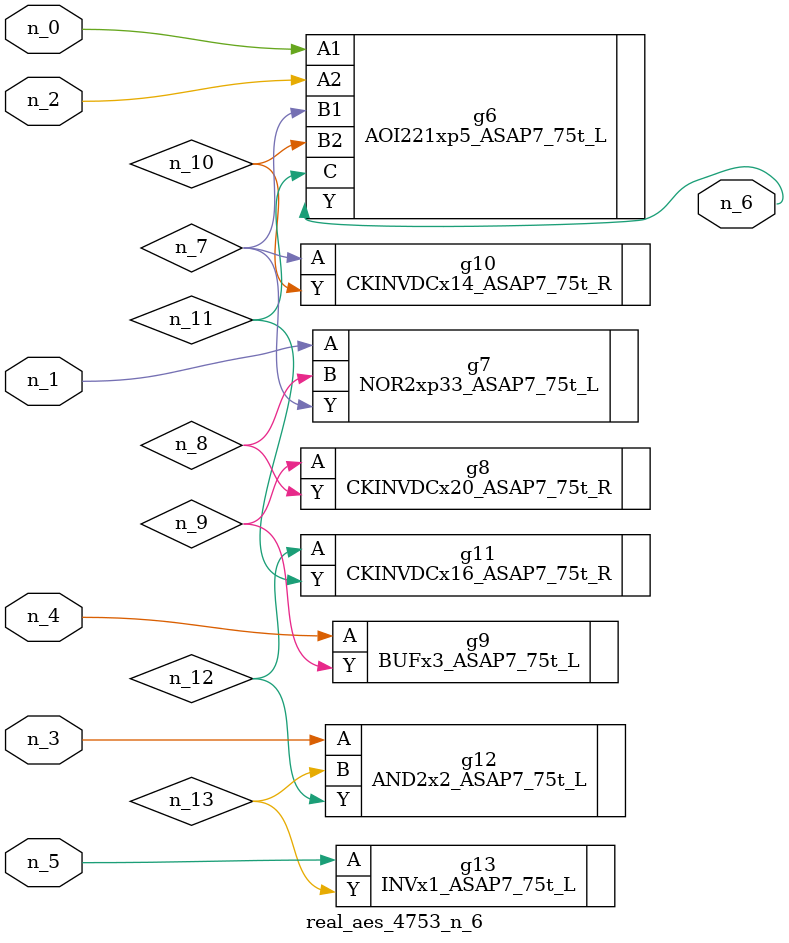
<source format=v>
module real_aes_4753_n_6 (n_4, n_0, n_3, n_5, n_2, n_1, n_6);
input n_4;
input n_0;
input n_3;
input n_5;
input n_2;
input n_1;
output n_6;
wire n_13;
wire n_7;
wire n_8;
wire n_9;
wire n_12;
wire n_10;
wire n_11;
AOI221xp5_ASAP7_75t_L g6 ( .A1(n_0), .A2(n_2), .B1(n_7), .B2(n_10), .C(n_11), .Y(n_6) );
NOR2xp33_ASAP7_75t_L g7 ( .A(n_1), .B(n_8), .Y(n_7) );
AND2x2_ASAP7_75t_L g12 ( .A(n_3), .B(n_13), .Y(n_12) );
BUFx3_ASAP7_75t_L g9 ( .A(n_4), .Y(n_9) );
INVx1_ASAP7_75t_L g13 ( .A(n_5), .Y(n_13) );
CKINVDCx14_ASAP7_75t_R g10 ( .A(n_7), .Y(n_10) );
CKINVDCx20_ASAP7_75t_R g8 ( .A(n_9), .Y(n_8) );
CKINVDCx16_ASAP7_75t_R g11 ( .A(n_12), .Y(n_11) );
endmodule
</source>
